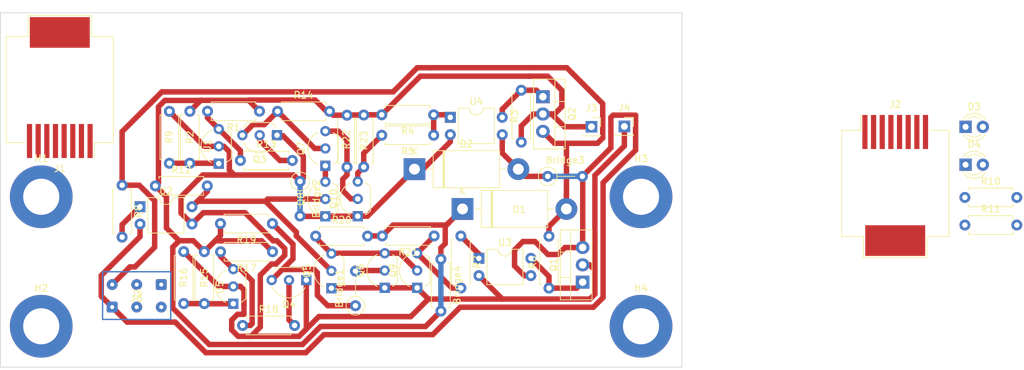
<source format=kicad_pcb>
(kicad_pcb (version 20221018) (generator pcbnew)
  (layers (0 "F.Cu" signal) (31 "B.Cu" signal) (34 "B.Paste" user) (35 "F.Paste" user) (36 "B.SilkS" user "B.Silkscreen") (37 "F.SilkS" user "F.Silkscreen") (38 "B.Mask" user) (39 "F.Mask" user) (44 "Edge.Cuts" user))
  (net 0 "")
  (net 1 "BAT+")
  (net 2 "BAT-")
  (net 3 "IN_OUT+")
  (net 4 "IN_OUT-")
  (net 5 "Net-(Q1-G)")
  (net 6 "Net-(Q2-G)")
  (net 7 "Net-(Q3-B)")
  (net 8 "Net-(Q3-C)")
  (net 9 "Net-(Q4-B)")
  (net 10 "Net-(R4-Pad1)")
  (net 11 "PMOS_CONTROL")
  (net 12 "Net-(R7-Pad1)")
  (net 13 "not NMOS_CONTROL")
  (net 14 "Net-(R8-Pad2)")
  (net 15 "Net-(Q4-C)")
  (net 16 "Net-(Q5-C)")
  (net 17 "Net-(Q6-B)")
  (net 18 "Net-(Q7-E)")
  (net 19 "Net-(Q10-B)")
  (net 20 "Net-(U1-K)")
  (net 21 "Net-(U1-REF)")
  (net 22 "Net-(U5-REF)")
  (net 23 "Net-(U5-K)")
  (net 24 "Net-(Q5-B)")
  (net 37 "Net-(D3-K)")
  (net 39 "Net-(D4-K)")
  (footprint "Resistor_THT:R_Axial_DIN0207_L6.3mm_D2.5mm_P7.62mm_Horizontal" (layer "F.Cu") (at 77.8028 62.4598 -90)
    (fp_text reference "R2")
    (fp_text value "R")
  )
  (footprint "Package_TO_SOT_THT:TO-92_Inline_Wide" (layer "F.Cu") (at 82.0478 70.1398 90)
    (fp_text reference "U1")
    (fp_text value "TL431LP")
  )
  (footprint "Resistor_THT:R_Axial_DIN0207_L6.3mm_D2.5mm_P7.62mm_Horizontal" (layer "F.Cu") (at 90.6778 62.4648)
    (fp_text reference "R14")
    (fp_text value "2k")
  )
  (footprint "Connector_PinSocket_2.54mm:PinSocket_1x01_P2.54mm_Vertical" (layer "F.Cu") (at 141.55625 64.6793)
    (fp_text reference "J4")
    (fp_text value "Conn_01x01_Socket")
  )
  (footprint "Diode_THT:D_DO-201AD_P15.24mm_Horizontal" (layer "F.Cu") (at 110.75845 70.9513)
    (fp_text reference "D2")
    (fp_text value "1N5408")
  )
  (footprint "Resistor_THT:R_Axial_DIN0207_L6.3mm_D2.5mm_P7.62mm_Horizontal" (layer "F.Cu") (at 76.9012 90.668 90)
    (fp_text reference "R16")
    (fp_text value "1.2k")
  )
  (footprint "Connector_RJ:RJ45_Molex_0855135013_Vertical" (layer "F.Cu") (at 181.296 73.3364)
    (fp_text reference "J2")
    (fp_text value "RJ45")
  )
  (footprint "MountingHole:MountingHole_5.3mm_M5_DIN965_Pad" (layer "F.Cu") (at 144 75)
    (fp_text reference "H3")
    (fp_text value "MountingHole")
  )
  (footprint "Resistor_THT:R_Axial_DIN0207_L6.3mm_D2.5mm_P7.62mm_Horizontal" (layer "F.Cu") (at 96.266 80.772)
    (fp_text reference "R20")
    (fp_text value "680")
  )
  (footprint "Resistor_THT:R_Axial_DIN0207_L6.3mm_D2.5mm_P7.62mm_Horizontal" (layer "F.Cu") (at 126.43025 66.9901 90)
    (fp_text reference "R3")
    (fp_text value "1k")
  )
  (footprint "MountingHole:MountingHole_5.3mm_M5_DIN965_Pad" (layer "F.Cu") (at 144 94)
    (fp_text reference "H4")
    (fp_text value "MountingHole")
  )
  (footprint "Resistor_THT:R_Axial_DIN0207_L6.3mm_D2.5mm_P7.62mm_Horizontal" (layer "F.Cu") (at 85.2178 69.6748)
    (fp_text reference "R13")
    (fp_text value "200k")
  )
  (footprint "Resistor_THT:R_Axial_DIN0207_L6.3mm_D2.5mm_P7.62mm_Horizontal" (layer "F.Cu") (at 117.5708 80.7628 -90)
    (fp_text reference "R7")
    (fp_text value "1k")
  )
  (footprint "Package_TO_SOT_THT:TO-220-3_Vertical" (layer "F.Cu") (at 129.60525 60.3251 -90)
    (fp_text reference "Q2")
    (fp_text value "IRF9540N")
  )
  (footprint "Resistor_THT:R_Axial_DIN0207_L6.3mm_D2.5mm_P5.08mm_Vertical" (layer "F.Cu") (at 130.31525 72.0051)
    (fp_text reference "Bridge3")
    (fp_text value "R")
  )
  (footprint "Package_TO_SOT_THT:TO-92_Inline_Wide" (layer "F.Cu") (at 90.5928 65.9648 180)
    (fp_text reference "Q3")
    (fp_text value "S8050")
  )
  (footprint "Resistor_THT:R_Axial_DIN0207_L6.3mm_D2.5mm_P7.62mm_Horizontal" (layer "F.Cu") (at 89.916 78.9332 180)
    (fp_text reference "R19")
    (fp_text value "2k")
  )
  (footprint "Resistor_THT:R_Axial_DIN0207_L6.3mm_D2.5mm_P7.62mm_Horizontal" (layer "F.Cu") (at 85.5472 93.8784)
    (fp_text reference "R18")
    (fp_text value "200k")
  )
  (footprint "Resistor_THT:R_Axial_DIN0207_L6.3mm_D2.5mm_P7.62mm_Horizontal" (layer "F.Cu") (at 100.8602 70.6498 90)
    (fp_text reference "R22")
    (fp_text value "680")
  )
  (footprint "Resistor_THT:R_Axial_DIN0207_L6.3mm_D2.5mm_P7.62mm_Horizontal" (layer "F.Cu") (at 89.9337 83.066 180)
    (fp_text reference "R17")
    (fp_text value "2k")
  )
  (footprint "Package_DIP:DIP-4_W7.62mm" (layer "F.Cu") (at 70.4988 76.4588)
    (fp_text reference "U2")
    (fp_text value "PC817")
  )
  (footprint "Package_TO_SOT_THT:TO-92_Inline_Wide" (layer "F.Cu") (at 97.6916 70.4514 90)
    (fp_text reference "Q7")
    (fp_text value "S8050")
  )
  (footprint "Package_TO_SOT_THT:TO-92_Inline_Wide" (layer "F.Cu") (at 97.6916 77.8764 90)
    (fp_text reference "Q8")
    (fp_text value "S8050")
  )
  (footprint "Package_TO_SOT_THT:TO-220-3_Vertical" (layer "F.Cu") (at 135.4358 87.5278 90)
    (fp_text reference "Q1")
    (fp_text value "IRF540N")
  )
  (footprint "Package_TO_SOT_THT:TO-92_Inline_Wide" (layer "F.Cu") (at 111.1508 88.3628 90)
    (fp_text reference "Q9")
    (fp_text value "S8050")
  )
  (footprint "Resistor_THT:R_Axial_DIN0207_L6.3mm_D2.5mm_P7.62mm_Horizontal" (layer "F.Cu") (at 103.318 70.6246 90)
    (fp_text reference "R23")
    (fp_text value "680")
  )
  (footprint "LED_THT:LED_D3.0mm" (layer "F.Cu") (at 191.616 70.2964)
    (fp_text reference "D4")
    (fp_text value "YELLOW_LED")
  )
  (footprint "MountingHole:MountingHole_5.3mm_M5_DIN965_Pad" (layer "F.Cu") (at 56 94)
    (fp_text reference "H2")
    (fp_text value "MountingHole")
  )
  (footprint "MountingHole:MountingHole_5.3mm_M5_DIN965_Pad" (layer "F.Cu") (at 56 75)
    (fp_text reference "H1")
    (fp_text value "MountingHole")
  )
  (footprint "Package_DIP:DIP-4_W7.62mm" (layer "F.Cu") (at 120.2208 84.0328)
    (fp_text reference "U3")
    (fp_text value "PC817")
  )
  (footprint "Resistor_THT:R_Axial_DIN0207_L6.3mm_D2.5mm_P5.08mm_Vertical" (layer "F.Cu") (at 102.1008 90.9828 90)
    (fp_text reference "Bridge1")
    (fp_text value "R")
  )
  (footprint "Package_TO_SOT_THT:TO-92_Inline_Wide" (layer "F.Cu") (at 102.4416 77.8514 90)
    (fp_text reference "Q10")
    (fp_text value "S8050")
  )
  (footprint "Resistor_THT:R_Axial_DIN0207_L6.3mm_D2.5mm_P7.62mm_Horizontal" (layer "F.Cu") (at 88.0228 62.4498 180)
    (fp_text reference "R1")
    (fp_text value "2k")
  )
  (footprint "Resistor_THT:R_Axial_DIN0207_L6.3mm_D2.5mm_P7.62mm_Horizontal" (layer "F.Cu") (at 67.8688 73.3044 -90)
    (fp_text reference "R8")
    (fp_text value "1k")
  )
  (footprint "Package_TO_SOT_THT:TO-92_Inline_Wide" (layer "F.Cu") (at 98.5758 88.4178 90)
    (fp_text reference "Q5")
    (fp_text value "S8050")
  )
  (footprint "Connector_Wire:SolderWire-0.1sqmm_1x03_P3.6mm_D0.4mm_OD1mm" (layer "F.Cu") (at 66.4092 91.186)
    (fp_text reference "J5")
    (fp_text value "Conn_01x03_Socket")
  )
  (footprint "Resistor_THT:R_Axial_DIN0207_L6.3mm_D2.5mm_P7.62mm_Horizontal" (layer "F.Cu") (at 79.9262 83.058 -90)
    (fp_text reference "R15")
    (fp_text value "5k")
  )
  (footprint "Package_DIP:DIP-4_W7.62mm" (layer "F.Cu") (at 116.02025 63.3451)
    (fp_text reference "U4")
    (fp_text value "PC817")
  )
  (footprint "Diode_THT:D_DO-201AD_P15.24mm_Horizontal" (layer "F.Cu") (at 117.8118 76.7908)
    (fp_text reference "D1")
    (fp_text value "1N5408")
  )
  (footprint "Resistor_THT:R_Axial_DIN0207_L6.3mm_D2.5mm_P5.08mm_Vertical" (layer "F.Cu") (at 93.98 72.7456 -90)
    (fp_text reference "Bridge2")
    (fp_text value "R")
  )
  (footprint "Resistor_THT:R_Axial_DIN0207_L6.3mm_D2.5mm_P7.62mm_Horizontal" (layer "F.Cu") (at 191.516 79.1464)
    (fp_text reference "R11")
    (fp_text value "R")
  )
  (footprint "Resistor_THT:R_Axial_DIN0207_L6.3mm_D2.5mm_P7.62mm_Horizontal" (layer "F.Cu") (at 191.516 75.0964)
    (fp_text reference "R10")
    (fp_text value "R")
  )
  (footprint "Resistor_THT:R_Axial_DIN0207_L6.3mm_D2.5mm_P7.62mm_Horizontal" (layer "F.Cu") (at 113.651 80.7462 180)
    (fp_text reference "R21")
    (fp_text value "680")
  )
  (footprint "Package_TO_SOT_THT:TO-92_Inline_Wide" (layer "F.Cu") (at 94.8944 87.2236 180)
    (fp_text reference "Q4")
    (fp_text value "S8050" hide)
  )
  (footprint "Resistor_THT:R_Axial_DIN0207_L6.3mm_D2.5mm_P7.62mm_Horizontal" (layer "F.Cu") (at 130.4958 88.4078 90)
    (fp_text reference "R6")
    (fp_text value "2k")
  )
  (footprint "Connector_Wire:SolderWire-0.1sqmm_1x03_P3.6mm_D0.4mm_OD1mm" (layer "F.Cu") (at 73.6092 87.884 180)
    (fp_text reference "J6")
    (fp_text value "Conn_01x03_Socket")
  )
  (footprint "Resistor_THT:R_Axial_DIN0207_L6.3mm_D2.5mm_P7.62mm_Horizontal" (layer "F.Cu") (at 113.57945 65.9729 180)
    (fp_text reference "R5")
    (fp_text value "220")
  )
  (footprint "Resistor_THT:R_Axial_DIN0207_L6.3mm_D2.5mm_P7.62mm_Horizontal" (layer "F.Cu") (at 72.7456 73.406)
    (fp_text reference "R12")
    (fp_text value "470")
  )
  (footprint "Package_TO_SOT_THT:TO-92_Inline_Wide" (layer "F.Cu") (at 106.4008 88.3628 90)
    (fp_text reference "Q6")
    (fp_text value "S8050")
  )
  (footprint "Package_TO_SOT_THT:TO-92_Inline_Wide" (layer "F.Cu") (at 84.1812 90.698 90)
    (fp_text reference "U5")
    (fp_text value "TL431LP")
  )
  (footprint "Resistor_THT:R_Axial_DIN0207_L6.3mm_D2.5mm_P7.62mm_Horizontal" (layer "F.Cu") (at 114.6368 84.1568 -90)
    (fp_text reference "Bridge4")
    (fp_text value "R")
  )
  (footprint "Resistor_THT:R_Axial_DIN0207_L6.3mm_D2.5mm_P7.62mm_Horizontal" (layer "F.Cu") (at 74.8028 70.0848 90)
    (fp_text reference "R9")
    (fp_text value "R")
  )
  (footprint "Connector_PinSocket_2.54mm:PinSocket_1x01_P2.54mm_Vertical" (layer "F.Cu") (at 136.73025 64.7301)
    (fp_text reference "J3")
    (fp_text value "Conn_01x01_Socket")
  )
  (footprint "Resistor_THT:R_Axial_DIN0207_L6.3mm_D2.5mm_P7.62mm_Horizontal" (layer "F.Cu") (at 113.57945 62.9729 180)
    (fp_text reference "R4")
    (fp_text value "R")
  )
  (footprint "LED_THT:LED_D3.0mm" (layer "F.Cu") (at 191.616 64.7464)
    (fp_text reference "D3")
    (fp_text value "RED_LED")
  )
  (footprint "Connector_RJ:RJ45_Molex_0855135013_Vertical" (layer "F.Cu") (at 58.7248 58.9788 180)
    (fp_text reference "J1")
    (fp_text value "RJ45")
  )
  (gr_rect (start 65 86) (end 75 93) (stroke (width 0.2)) (fill none) (layer "B.Cu"))
  (gr_rect (start 50 48) (end 150 100) (stroke (width 0.1)) (fill none) (layer "Edge.Cuts"))
  (segment (start 94.326998 96.6784) (end 96.975899 94.029499) (width 0.8) (layer "F.Cu") (net 1))
  (segment (start 105.95945 62.9729) (end 103.3497 62.9729) (width 0.8) (layer "F.Cu") (net 1))
  (segment (start 115.2718 81.8708) (end 114.6368 82.5058) (width 0.8) (layer "F.Cu") (net 1))
  (segment (start 86.4228 60.8498) (end 88.0228 62.4498) (width 0.8) (layer "F.Cu") (net 1))
  (segment (start 76.2352 81.448) (end 78.3162 81.448) (width 0.8) (layer "F.Cu") (net 1))
  (segment (start 98.8628 63.0298) (end 98.2978 62.4648) (width 0.8) (layer "F.Cu") (net 1))
  (segment (start 75.3012 91.330742) (end 75.3012 82.382) (width 0.8) (layer "F.Cu") (net 1))
  (segment (start 82.296 80.6882) (end 82.296 78.9332) (width 0.8) (layer "F.Cu") (net 1))
  (segment (start 115.2718 79.3308) (end 115.2718 81.8708) (width 0.8) (layer "F.Cu") (net 1))
  (segment (start 130.30525 57.3051) (end 127.69385 57.3051) (width 0.8) (layer "F.Cu") (net 1))
  (segment (start 127.69385 57.3051) (end 111.62725 57.3051) (width 0.8) (layer "F.Cu") (net 1))
  (segment (start 107.631 79.1462) (end 115.4564 79.1462) (width 0.8) (layer "F.Cu") (net 1))
  (segment (start 100.8854 63.0046) (end 100.8602 63.0298) (width 0.8) (layer "F.Cu") (net 1))
  (segment (start 106.031 80.7462) (end 103.9118 80.7462) (width 0.8) (layer "F.Cu") (net 1))
  (segment (start 96.975899 94.029499) (end 112.384101 94.029499) (width 0.8) (layer "F.Cu") (net 1))
  (segment (start 126.43025 66.9901) (end 126.43025 64.6301) (width 0.8) (layer "F.Cu") (net 1))
  (segment (start 132.38025 59.3801) (end 132.38025 61.7951) (width 0.8) (layer "F.Cu") (net 1))
  (segment (start 73.2028 61.802058) (end 73.2028 72.9488) (width 0.8) (layer "F.Cu") (net 1))
  (segment (start 81.5182 81.466) (end 87.8232 81.466) (width 0.8) (layer "F.Cu") (net 1))
  (segment (start 117.8118 76.7908) (end 115.7925 78.8101) (width 0.8) (layer "F.Cu") (net 1))
  (segment (start 128.19525 62.8651) (end 129.60525 62.8651) (width 0.8) (layer "F.Cu") (net 1))
  (segment (start 88.3337 81.466) (end 89.9337 83.066) (width 0.8) (layer "F.Cu") (net 1))
  (segment (start 87.8232 81.466) (end 88.3337 81.466) (width 0.8) (layer "F.Cu") (net 1))
  (segment (start 74.3712 75.0316) (end 74.3712 79.584) (width 0.8) (layer "F.Cu") (net 1))
  (segment (start 126.43025 64.6301) (end 128.19525 62.8651) (width 0.8) (layer "F.Cu") (net 1))
  (segment (start 127.69385 57.3051) (end 127.67485 57.2861) (width 0.8) (layer "F.Cu") (net 1))
  (segment (start 78.3162 81.448) (end 79.9262 83.058) (width 0.8) (layer "F.Cu") (net 1))
  (segment (start 74.3712 79.584) (end 76.2352 81.448) (width 0.8) (layer "F.Cu") (net 1))
  (segment (start 72.7456 73.406) (end 74.3712 75.0316) (width 0.8) (layer "F.Cu") (net 1))
  (segment (start 103.3497 62.9729) (end 103.318 63.0046) (width 0.8) (layer "F.Cu") (net 1))
  (segment (start 132.38025 59.3801) (end 130.30525 57.3051) (width 0.8) (layer "F.Cu") (net 1))
  (segment (start 103.911 80.7462) (end 103.886 80.7212) (width 0.8) (layer "F.Cu") (net 1))
  (segment (start 96.1978 60.8098) (end 97.7978 62.4098) (width 0.8) (layer "F.Cu") (net 1))
  (segment (start 114.6368 82.5058) (end 114.6368 84.1568) (width 0.8) (layer "F.Cu") (net 1))
  (segment (start 111.62725 57.3051) (end 105.95945 62.9729) (width 0.8) (layer "F.Cu") (net 1))
  (segment (start 115.7925 78.8101) (end 115.2718 79.3308) (width 0.8) (layer "F.Cu") (net 1))
  (segment (start 96.1978 60.8098) (end 86.4628 60.8098) (width 0.8) (layer "F.Cu") (net 1))
  (segment (start 100.8602 63.0298) (end 98.8628 63.0298) (width 0.8) (layer "F.Cu") (net 1))
  (segment (start 132.38025 61.7951) (end 131.31025 62.8651) (width 0.8) (layer "F.Cu") (net 1))
  (segment (start 132.74925 64.7301) (end 136.73025 64.7301) (width 0.8) (layer "F.Cu") (net 1))
  (segment (start 80.648858 96.6784) (end 94.326998 96.6784) (width 0.8) (layer "F.Cu") (net 1))
  (segment (start 74.141358 60.8635) (end 73.2028 61.802058) (width 0.8) (layer "F.Cu") (net 1))
  (segment (start 79.3991 60.8635) (end 79.4128 60.8498) (width 0.8) (layer "F.Cu") (net 1))
  (segment (start 130.88425 62.8651) (end 132.74925 64.7301) (width 0.8) (layer "F.Cu") (net 1))
  (segment (start 106.031 80.7462) (end 107.631 79.1462) (width 0.8) (layer "F.Cu") (net 1))
  (segment (start 87.4096 81.466) (end 87.8232 81.466) (width 0.8) (layer "F.Cu") (net 1))
  (segment (start 73.2028 72.9488) (end 72.7456 73.406) (width 0.8) (layer "F.Cu") (net 1))
  (segment (start 103.318 63.0046) (end 100.8854 63.0046) (width 0.8) (layer "F.Cu") (net 1))
  (segment (start 79.3991 60.8635) (end 74.141358 60.8635) (width 0.8) (layer "F.Cu") (net 1))
  (segment (start 103.9118 80.7462) (end 103.886 80.772) (width 0.8) (layer "F.Cu") (net 1))
  (segment (start 86.4628 60.8098) (end 86.4228 60.8498) (width 0.8) (layer "F.Cu") (net 1))
  (segment (start 80.648858 96.6784) (end 75.3012 91.330742) (width 0.8) (layer "F.Cu") (net 1))
  (segment (start 79.4128 60.8498) (end 86.4228 60.8498) (width 0.8) (layer "F.Cu") (net 1))
  (segment (start 129.60525 62.8651) (end 130.88425 62.8651) (width 0.8) (layer "F.Cu") (net 1))
  (segment (start 77.8028 62.4598) (end 79.3991 60.8635) (width 0.8) (layer "F.Cu") (net 1))
  (segment (start 75.3012 82.382) (end 75.7936 81.8896) (width 0.8) (layer "F.Cu") (net 1))
  (segment (start 115.4564 79.1462) (end 115.7925 78.8101) (width 0.8) (layer "F.Cu") (net 1))
  (segment (start 112.384101 94.029499) (end 114.6368 91.7768) (width 0.8) (layer "F.Cu") (net 1))
  (segment (start 79.9262 83.058) (end 81.5182 81.466) (width 0.8) (layer "F.Cu") (net 1))
  (segment (start 131.31025 62.8651) (end 129.60525 62.8651) (width 0.8) (layer "F.Cu") (net 1))
  (segment (start 75.7936 81.8896) (end 76.2352 81.448) (width 0.8) (layer "F.Cu") (net 1))
  (segment (start 81.5182 81.466) (end 82.296 80.6882) (width 0.8) (layer "F.Cu") (net 1))
  (segment (start 114.6368 84.1568) (end 114.6368 91.7768) (width 0.8) (layer "B.Cu") (net 1))
  (segment (start 79.702858 71.806) (end 76.5038 75.005058) (width 0.8) (layer "F.Cu") (net 2))
  (segment (start 98.6308 88.3628) (end 98.5758 88.4178) (width 0.8) (layer "F.Cu") (net 2))
  (segment (start 123.6558 90.0078) (end 136.5083 90.0078) (width 0.8) (layer "F.Cu") (net 2))
  (segment (start 137.2358 81.4066) (end 137.2358 71.861606) (width 0.8) (layer "F.Cu") (net 2))
  (segment (start 84.1812 88.158) (end 85.24186 88.158) (width 0.8) (layer "F.Cu") (net 2))
  (segment (start 97.7166 77.8514) (end 97.6916 77.8764) (width 0.8) (layer "F.Cu") (net 2))
  (segment (start 141.55625 67.1576) (end 141.55625 64.6793) (width 0.8) (layer "F.Cu") (net 2))
  (segment (start 93.0404 71.806) (end 84.328 71.806) (width 0.8) (layer "F.Cu") (net 2))
  (segment (start 112.00905 70.9513) (end 110.75845 70.9513) (width 0.8) (layer "F.Cu") (net 2))
  (segment (start 97.6916 77.8764) (end 94.0308 77.8764) (width 0.8) (layer "F.Cu") (net 2))
  (segment (start 90.2078 66.0498) (end 91.46843 66.0498) (width 0.8) (layer "F.Cu") (net 2))
  (segment (start 93.829942 95.4784) (end 94.8944 94.413942) (width 0.8) (layer "F.Cu") (net 2))
  (segment (start 137.2358 85.7753) (end 137.2358 81.4066) (width 0.8) (layer "F.Cu") (net 2))
  (segment (start 93.98 72.7456) (end 93.0404 71.806) (width 0.8) (layer "F.Cu") (net 2))
  (segment (start 94.4528 69.03417) (end 94.4528 72.2728) (width 0.8) (layer "F.Cu") (net 2))
  (segment (start 103.85835 77.8514) (end 110.75845 70.9513) (width 0.8) (layer "F.Cu") (net 2))
  (segment (start 120.2208 86.5728) (end 123.6558 90.0078) (width 0.8) (layer "F.Cu") (net 2))
  (segment (start 91.7348 83.582344) (end 91.7348 82.604358) (width 0.8) (layer "F.Cu") (net 2))
  (segment (start 86.1468 95.4784) (end 86.775626 95.4784) (width 0.8) (layer "F.Cu") (net 2))
  (segment (start 137.2358 71.861606) (end 141.55625 67.541156) (width 0.8) (layer "F.Cu") (net 2))
  (segment (start 85.897956 77.3332) (end 79.7844 77.3332) (width 0.8) (layer "F.Cu") (net 2))
  (segment (start 112.7958 90.0078) (end 111.1508 88.3628) (width 0.8) (layer "F.Cu") (net 2))
  (segment (start 78.1188 78.9988) (end 76.5038 77.3838) (width 0.8) (layer "F.Cu") (net 2))
  (segment (start 90.445144 84.872) (end 91.7348 83.582344) (width 0.8) (layer "F.Cu") (net 2))
  (segment (start 84.328 71.806) (end 79.702858 71.806) (width 0.8) (layer "F.Cu") (net 2))
  (segment (start 112.7958 90.0078) (end 110.2208 92.5828) (width 0.8) (layer "F.Cu") (net 2))
  (segment (start 135.4358 84.9878) (end 136.4483 84.9878) (width 0.8) (layer "F.Cu") (net 2))
  (segment (start 84.1812 88.158) (end 82.0112 88.158) (width 0.8) (layer "F.Cu") (net 2))
  (segment (start 136.5083 90.0078) (end 137.2358 89.2803) (width 0.8) (layer "F.Cu") (net 2))
  (segment (start 84.7852 92.248) (end 83.9472 93.086) (width 0.8) (layer "F.Cu") (net 2))
  (segment (start 83.9472 94.541142) (end 84.884458 95.4784) (width 0.8) (layer "F.Cu") (net 2))
  (segment (start 85.7442 90.870742) (end 85.7442 92.235) (width 0.8) (layer "F.Cu") (net 2))
  (segment (start 85.7312 92.248) (end 84.7852 92.248) (width 0.8) (layer "F.Cu") (net 2))
  (segment (start 136.4483 84.9878) (end 137.2358 85.7753) (width 0.8) (layer "F.Cu") (net 2))
  (segment (start 137.2358 81.4066) (end 137.2108 81.3816) (width 0.8) (layer "F.Cu") (net 2))
  (segment (start 84.884458 95.4784) (end 86.1468 95.4784) (width 0.8) (layer "F.Cu") (net 2))
  (segment (start 82.0478 67.5998) (end 79.9378 67.5998) (width 0.8) (layer "F.Cu") (net 2))
  (segment (start 86.775626 95.4784) (end 88.1442 94.109826) (width 0.8) (layer "F.Cu") (net 2))
  (segment (start 79.9378 67.5998) (end 74.8028 62.4648) (width 0.8) (layer "F.Cu") (net 2))
  (segment (start 106.4008 88.3628) (end 98.6308 88.3628) (width 0.8) (layer "F.Cu") (net 2))
  (segment (start 91.7348 82.604358) (end 90.596442 81.466) (width 0.8) (layer "F.Cu") (net 2))
  (segment (start 90.030756 81.466) (end 85.897956 77.3332) (width 0.8) (layer "F.Cu") (net 2))
  (segment (start 85.7442 88.66034) (end 85.7442 90.870742) (width 0.8) (layer "F.Cu") (net 2))
  (segment (start 110.2208 92.5828) (end 96.725542 92.5828) (width 0.8) (layer "F.Cu") (net 2))
  (segment (start 88.1442 94.109826) (end 88.1442 86.494168) (width 0.8) (layer "F.Cu") (net 2))
  (segment (start 82.7978 67.5998) (end 83.6028 68.4048) (width 0.8) (layer "F.Cu") (net 2))
  (segment (start 90.596442 81.466) (end 90.030756 81.466) (width 0.8) (layer "F.Cu") (net 2))
  (segment (start 83.6028 71.0808) (end 84.328 71.806) (width 0.8) (layer "F.Cu") (net 2))
  (segment (start 91.46843 66.0498) (end 94.4528 69.03417) (width 0.8) (layer "F.Cu") (net 2))
  (segment (start 83.9472 93.086) (end 83.9472 94.541142) (width 0.8) (layer "F.Cu") (net 2))
  (segment (start 86.1468 95.4784) (end 93.829942 95.4784) (width 0.8) (layer "F.Cu") (net 2))
  (segment (start 88.1442 86.494168) (end 89.766368 84.872) (width 0.8) (layer "F.Cu") (net 2))
  (segment (start 116.02025 66.9401) (end 112.00905 70.9513) (width 0.8) (layer "F.Cu") (net 2))
  (segment (start 85.7442 92.235) (end 85.7312 92.248) (width 0.8) (layer "F.Cu") (net 2))
  (segment (start 82.0478 67.5998) (end 82.7978 67.5998) (width 0.8) (layer "F.Cu") (net 2))
  (segment (start 83.6028 68.4048) (end 83.6028 71.0808) (width 0.8) (layer "F.Cu") (net 2))
  (segment (start 102.4416 77.8514) (end 97.7166 77.8514) (width 0.8) (layer "F.Cu") (net 2))
  (segment (start 94.4528 72.2728) (end 93.98 72.7456) (width 0.8) (layer "F.Cu") (net 2))
  (segment (start 79.7844 77.3332) (end 78.1188 78.9988) (width 0.8) (layer "F.Cu") (net 2))
  (segment (start 76.5038 75.005058) (end 76.5038 77.3838) (width 0.8) (layer "F.Cu") (net 2))
  (segment (start 123.6558 90.0078) (end 112.7958 90.0078) (width 0.8) (layer "F.Cu") (net 2))
  (segment (start 137.2358 89.2803) (end 137.2358 85.7753) (width 0.8) (layer "F.Cu") (net 2))
  (segment (start 96.725542 92.5828) (end 94.450971 94.857371) (width 0.8) (layer "F.Cu") (net 2))
  (segment (start 94.8944 94.413942) (end 94.8944 87.2236) (width 0.8) (layer "F.Cu") (net 2))
  (segment (start 141.55625 67.541156) (end 141.55625 67.1576) (width 0.8) (layer "F.Cu") (net 2))
  (segment (start 102.4416 77.8514) (end 103.85835 77.8514) (width 0.8) (layer "F.Cu") (net 2))
  (segment (start 116.02025 66.9401) (end 116.02025 65.8851) (width 0.8) (layer "F.Cu") (net 2))
  (segment (start 106.4008 88.3628) (end 111.1508 88.3628) (width 0.8) (layer "F.Cu") (net 2))
  (segment (start 94.0308 77.8764) (end 93.98 77.8256) (width 0.8) (layer "F.Cu") (net 2))
  (segment (start 85.24186 88.158) (end 85.7442 88.66034) (width 0.8) (layer "F.Cu") (net 2))
  (segment (start 89.766368 84.872) (end 90.445144 84.872) (width 0.8) (layer "F.Cu") (net 2))
  (segment (start 82.0112 88.158) (end 76.9012 83.048) (width 0.8) (layer "F.Cu") (net 2))
  (segment (start 93.98 72.7456) (end 93.98 77.8256) (width 0.8) (layer "B.Cu") (net 2))
  (segment (start 72.136 75.0824) (end 72.644 75.5904) (width 0.8) (layer "F.Cu") (net 3))
  (segment (start 67.8688 73.3044) (end 70.381258 73.3044) (width 0.8) (layer "F.Cu") (net 3))
  (segment (start 130.4958 79.3468) (end 133.0518 76.7908) (width 0.8) (layer "F.Cu") (net 3))
  (segment (start 72.644 75.5904) (end 72.644 82.3976) (width 0.8) (layer "F.Cu") (net 3))
  (segment (start 130.4958 80.7878) (end 130.4958 79.3468) (width 0.8) (layer "F.Cu") (net 3))
  (segment (start 69.7484 85.2932) (end 69 85.2932) (width 0.8) (layer "F.Cu") (net 3))
  (segment (start 133.11045 56.0669) (end 113.119 56.0669) (width 0.8) (layer "F.Cu") (net 3))
  (segment (start 131.31025 67.1576) (end 133.05965 67.1576) (width 0.8) (layer "F.Cu") (net 3))
  (segment (start 133.05965 74.71235) (end 133.0518 74.7202) (width 0.8) (layer "F.Cu") (net 3))
  (segment (start 138.38025 61.3367) (end 133.11045 56.0669) (width 0.8) (layer "F.Cu") (net 3))
  (segment (start 95.1484 59.6098) (end 73.698002 59.6098) (width 0.8) (layer "F.Cu") (net 3))
  (segment (start 107.625494 59.6098) (end 95.1484 59.6098) (width 0.8) (layer "F.Cu") (net 3))
  (segment (start 72.644 82.3976) (end 69.7484 85.2932) (width 0.8) (layer "F.Cu") (net 3))
  (segment (start 113.119 56.0669) (end 113.0808 56.1051) (width 0.8) (layer "F.Cu") (net 3))
  (segment (start 133.0518 74.7202) (end 133.0518 76.7908) (width 0.8) (layer "F.Cu") (net 3))
  (segment (start 137.60275 67.1576) (end 138.38025 66.3801) (width 0.8) (layer "F.Cu") (net 3))
  (segment (start 129.60525 65.4526) (end 131.31025 67.1576) (width 0.8) (layer "F.Cu") (net 3))
  (segment (start 72.136 75.059142) (end 72.136 75.0824) (width 0.8) (layer "F.Cu") (net 3))
  (segment (start 69 85.2932) (end 66.4092 87.884) (width 0.8) (layer "F.Cu") (net 3))
  (segment (start 138.38025 66.3801) (end 138.38025 61.3367) (width 0.8) (layer "F.Cu") (net 3))
  (segment (start 70.381258 73.3044) (end 72.136 75.059142) (width 0.8) (layer "F.Cu") (net 3))
  (segment (start 67.8688 65.439002) (end 72.705744 60.602058) (width 0.8) (layer "F.Cu") (net 3))
  (segment (start 129.60525 65.4051) (end 129.60525 65.4526) (width 0.8) (layer "F.Cu") (net 3))
  (segment (start 133.05965 67.1576) (end 133.05965 74.71235) (width 0.8) (layer "F.Cu") (net 3))
  (segment (start 73.698002 59.6098) (end 72.0028 61.305002) (width 0.8) (layer "F.Cu") (net 3))
  (segment (start 113.119 56.0669) (end 111.168394 56.0669) (width 0.8) (layer "F.Cu") (net 3))
  (segment (start 111.168394 56.0669) (end 107.625494 59.6098) (width 0.8) (layer "F.Cu") (net 3))
  (segment (start 67.8688 73.3044) (end 67.8688 65.439002) (width 0.8) (layer "F.Cu") (net 3))
  (segment (start 133.05965 67.1576) (end 137.60275 67.1576) (width 0.8) (layer "F.Cu") (net 3))
  (segment (start 135.39525 72.0051) (end 139.58025 67.8201) (width 0.8) (layer "F.Cu") (net 4))
  (segment (start 94.824054 97.8784) (end 80.151802 97.8784) (width 0.8) (layer "F.Cu") (net 4))
  (segment (start 135.4518 82.4318) (end 135.4358 82.4478) (width 0.8) (layer "F.Cu") (net 4))
  (segment (start 132.8458 82.4478) (end 135.4358 82.4478) (width 0.8) (layer "F.Cu") (net 4))
  (segment (start 126.8708 86.5728) (end 125.4458 85.1478) (width 0.8) (layer "F.Cu") (net 4))
  (segment (start 143.20625 63.0293) (end 143.20625 68.156996) (width 0.8) (layer "F.Cu") (net 4))
  (segment (start 127.05225 72.0051) (end 125.99845 70.9513) (width 0.8) (layer "F.Cu") (net 4))
  (segment (start 125.4458 85.1478) (end 125.4458 82.7978) (width 0.8) (layer "F.Cu") (net 4))
  (segment (start 139.58025 67.8201) (end 139.58025 63.3553) (width 0.8) (layer "F.Cu") (net 4))
  (segment (start 135.4518 72.06165) (end 135.39525 72.0051) (width 0.8) (layer "F.Cu") (net 4))
  (segment (start 143.20625 68.156996) (end 138.4358 72.927446) (width 0.8) (layer "F.Cu") (net 4))
  (segment (start 138.4358 72.927446) (end 138.4358 89.777356) (width 0.8) (layer "F.Cu") (net 4))
  (segment (start 80.151802 97.8784) (end 75.662402 93.389) (width 0.8) (layer "F.Cu") (net 4))
  (segment (start 70.4988 80.8488) (end 64.8092 86.5384) (width 0.8) (layer "F.Cu") (net 4))
  (segment (start 127.8408 86.5728) (end 126.8708 86.5728) (width 0.8) (layer "F.Cu") (net 4))
  (segment (start 139.90625 63.0293) (end 143.20625 63.0293) (width 0.8) (layer "F.Cu") (net 4))
  (segment (start 123.64025 68.5931) (end 125.99845 70.9513) (width 0.8) (layer "F.Cu") (net 4))
  (segment (start 130.3458 83.4728) (end 131.8208 83.4728) (width 0.8) (layer "F.Cu") (net 4))
  (segment (start 139.58025 63.3553) (end 139.90625 63.0293) (width 0.8) (layer "F.Cu") (net 4))
  (segment (start 137.005356 91.2078) (end 117.468542 91.2078) (width 0.8) (layer "F.Cu") (net 4))
  (segment (start 113.446843 95.229499) (end 97.472955 95.229499) (width 0.8) (layer "F.Cu") (net 4))
  (segment (start 135.4358 79.8606) (end 135.4518 79.8446) (width 0.8) (layer "F.Cu") (net 4))
  (segment (start 64.8092 89.586) (end 66.4092 91.186) (width 0.8) (layer "F.Cu") (net 4))
  (segment (start 125.4458 82.7978) (end 126.6708 81.5728) (width 0.8) (layer "F.Cu") (net 4))
  (segment (start 128.4458 81.5728) (end 130.3458 83.4728) (width 0.8) (layer "F.Cu") (net 4))
  (segment (start 123.64025 65.8851) (end 123.64025 68.5931) (width 0.8) (layer "F.Cu") (net 4))
  (segment (start 138.4358 89.777356) (end 137.005356 91.2078) (width 0.8) (layer "F.Cu") (net 4))
  (segment (start 135.4518 79.8446) (end 135.4518 72.06165) (width 0.8) (layer "F.Cu") (net 4))
  (segment (start 70.4988 78.9988) (end 70.4988 80.8488) (width 0.8) (layer "F.Cu") (net 4))
  (segment (start 135.4358 82.4478) (end 135.4358 79.8606) (width 0.8) (layer "F.Cu") (net 4))
  (segment (start 117.468542 91.2078) (end 113.446843 95.229499) (width 0.8) (layer "F.Cu") (net 4))
  (segment (start 66.4092 91.186) (end 68.6122 93.389) (width 0.8) (layer "F.Cu") (net 4))
  (segment (start 126.6708 81.5728) (end 128.4458 81.5728) (width 0.8) (layer "F.Cu") (net 4))
  (segment (start 131.8208 83.4728) (end 132.8458 82.4478) (width 0.8) (layer "F.Cu") (net 4))
  (segment (start 64.8092 86.5384) (end 64.8092 89.586) (width 0.8) (layer "F.Cu") (net 4))
  (segment (start 130.31525 72.0051) (end 127.05225 72.0051) (width 0.8) (layer "F.Cu") (net 4))
  (segment (start 97.472955 95.229499) (end 94.824054 97.8784) (width 0.8) (layer "F.Cu") (net 4))
  (segment (start 75.662402 93.389) (end 68.6122 93.389) (width 0.8) (layer "F.Cu") (net 4))
  (segment (start 130.31525 72.0051) (end 135.39525 72.0051) (width 0.8) (layer "B.Cu") (net 4))
  (segment (start 130.4958 88.4078) (end 130.4958 86.6878) (width 0.8) (layer "F.Cu") (net 5))
  (segment (start 134.5558 88.4078) (end 135.4358 87.5278) (width 0.8) (layer "F.Cu") (net 5))
  (segment (start 130.4958 88.4078) (end 134.5558 88.4078) (width 0.8) (layer "F.Cu") (net 5))
  (segment (start 130.4958 86.6878) (end 127.8408 84.0328) (width 0.8) (layer "F.Cu") (net 5))
  (segment (start 128.65025 59.3701) (end 129.60525 60.3251) (width 0.8) (layer "F.Cu") (net 6))
  (segment (start 126.43025 59.3701) (end 128.65025 59.3701) (width 0.8) (layer "F.Cu") (net 6))
  (segment (start 123.64025 63.3451) (end 123.64025 62.1601) (width 0.8) (layer "F.Cu") (net 6))
  (segment (start 123.64025 62.1601) (end 126.43025 59.3701) (width 0.8) (layer "F.Cu") (net 6))
  (segment (start 123.61525 63.3201) (end 123.64025 63.3451) (width 0.8) (layer "F.Cu") (net 6))
  (segment (start 88.0528 66.7148) (end 91.0128 69.6748) (width 0.8) (layer "F.Cu") (net 7))
  (segment (start 91.0128 69.6748) (end 92.8378 69.6748) (width 0.8) (layer "F.Cu") (net 7))
  (segment (start 88.0528 65.9648) (end 88.0528 66.7148) (width 0.8) (layer "F.Cu") (net 7))
  (segment (start 96.1244 67.9114) (end 90.6778 62.4648) (width 0.8) (layer "F.Cu") (net 8))
  (segment (start 85.5128 65.9648) (end 87.0628 64.4148) (width 0.8) (layer "F.Cu") (net 8))
  (segment (start 97.6916 67.9114) (end 96.1244 67.9114) (width 0.8) (layer "F.Cu") (net 8))
  (segment (start 88.7278 64.4148) (end 90.6778 62.4648) (width 0.8) (layer "F.Cu") (net 8))
  (segment (start 87.0628 64.4148) (end 88.7278 64.4148) (width 0.8) (layer "F.Cu") (net 8))
  (segment (start 92.3544 93.0656) (end 93.1672 93.8784) (width 0.8) (layer "F.Cu") (net 9))
  (segment (start 92.3544 87.2236) (end 92.3544 93.0656) (width 0.8) (layer "F.Cu") (net 9))
  (segment (start 113.57945 62.9729) (end 115.64805 62.9729) (width 0.8) (layer "F.Cu") (net 10))
  (segment (start 113.57945 62.9729) (end 113.57945 65.9729) (width 0.8) (layer "F.Cu") (net 10))
  (segment (start 115.64805 62.9729) (end 116.02025 63.3451) (width 0.8) (layer "F.Cu") (net 10))
  (segment (start 102.4416 71.501) (end 103.318 70.6246) (width 0.8) (layer "F.Cu") (net 11))
  (segment (start 102.4416 72.7714) (end 102.4416 71.501) (width 0.8) (layer "F.Cu") (net 11))
  (segment (start 103.318 68.61435) (end 105.95945 65.9729) (width 0.8) (layer "F.Cu") (net 11))
  (segment (start 103.318 70.6246) (end 103.318 68.61435) (width 0.8) (layer "F.Cu") (net 11))
  (segment (start 120.2208 83.4128) (end 117.5708 80.7628) (width 0.8) (layer "F.Cu") (net 12))
  (segment (start 120.2208 84.0328) (end 120.2208 83.4128) (width 0.8) (layer "F.Cu") (net 12))
  (segment (start 113.651 80.7826) (end 111.1508 83.2828) (width 0.8) (layer "F.Cu") (net 13))
  (segment (start 111.1008 83.2328) (end 111.1508 83.2828) (width 0.8) (layer "F.Cu") (net 13))
  (segment (start 113.651 80.7462) (end 113.651 80.7826) (width 0.8) (layer "F.Cu") (net 13))
  (segment (start 111.1508 83.2828) (end 116.2508 88.3828) (width 0.8) (layer "F.Cu") (net 13))
  (segment (start 116.2508 88.3828) (end 117.5708 88.3828) (width 0.8) (layer "F.Cu") (net 13))
  (segment (start 67.8688 80.9244) (end 67.8688 79.0888) (width 0.8) (layer "F.Cu") (net 14))
  (segment (start 67.8688 79.0888) (end 70.4988 76.4588) (width 0.8) (layer "F.Cu") (net 14))
  (segment (start 96.51 89.452) (end 98.0408 90.9828) (width 0.8) (layer "F.Cu") (net 15))
  (segment (start 96.51 86.1358) (end 96.0478 85.6736) (width 0.8) (layer "F.Cu") (net 15))
  (segment (start 96.0478 85.6736) (end 91.3644 85.6736) (width 0.8) (layer "F.Cu") (net 15))
  (segment (start 89.916 78.9332) (end 92.9348 81.952) (width 0.8) (layer "F.Cu") (net 15))
  (segment (start 92.9348 81.952) (end 92.9348 84.1032) (width 0.8) (layer "F.Cu") (net 15))
  (segment (start 96.51 86.1358) (end 96.51 89.452) (width 0.8) (layer "F.Cu") (net 15))
  (segment (start 98.0408 90.9828) (end 102.1008 90.9828) (width 0.8) (layer "F.Cu") (net 15))
  (segment (start 91.3644 85.6736) (end 89.8144 87.2236) (width 0.8) (layer "F.Cu") (net 15))
  (segment (start 89.8144 87.2236) (end 89.8144 87.1998) (width 0.8) (layer "F.Cu") (net 15))
  (segment (start 92.9348 84.1032) (end 91.3644 85.6736) (width 0.8) (layer "F.Cu") (net 15))
  (segment (start 98.6308 83.2828) (end 98.5758 83.3378) (width 0.8) (layer "F.Cu") (net 16))
  (segment (start 106.4008 83.2828) (end 98.6308 83.2828) (width 0.8) (layer "F.Cu") (net 16))
  (segment (start 108.6108 83.2828) (end 111.1508 85.8228) (width 0.8) (layer "F.Cu") (net 16))
  (segment (start 96.266 80.772) (end 96.266 81.028) (width 0.8) (layer "F.Cu") (net 16))
  (segment (start 108.6108 83.2828) (end 106.4008 83.2828) (width 0.8) (layer "F.Cu") (net 16))
  (segment (start 96.266 81.028) (end 98.5758 83.3378) (width 0.8) (layer "F.Cu") (net 16))
  (segment (start 106.4008 85.8228) (end 102.1808 85.8228) (width 0.8) (layer "F.Cu") (net 17))
  (segment (start 102.1808 85.8228) (end 102.1008 85.9028) (width 0.8) (layer "F.Cu") (net 17))
  (segment (start 97.6916 70.4514) (end 97.6916 72.7964) (width 0.8) (layer "F.Cu") (net 18))
  (segment (start 100.2416 74.1014) (end 100.2416 72.431) (width 0.8) (layer "F.Cu") (net 19))
  (segment (start 100.2416 72.431) (end 100.8602 71.8124) (width 0.8) (layer "F.Cu") (net 19))
  (segment (start 99.5888 65.3714) (end 100.8602 66.6428) (width 0.8) (layer "F.Cu") (net 19))
  (segment (start 102.4416 75.3114) (end 101.4516 75.3114) (width 0.8) (layer "F.Cu") (net 19))
  (segment (start 100.8602 71.8124) (end 100.8602 70.6498) (width 0.8) (layer "F.Cu") (net 19))
  (segment (start 97.6916 65.3714) (end 99.5888 65.3714) (width 0.8) (layer "F.Cu") (net 19))
  (segment (start 101.4516 75.3114) (end 100.2416 74.1014) (width 0.8) (layer "F.Cu") (net 19))
  (segment (start 100.8602 66.6428) (end 100.8602 70.6498) (width 0.8) (layer "F.Cu") (net 19))
  (segment (start 80.4028 62.4498) (end 80.4028 63.4148) (width 0.8) (layer "F.Cu") (net 20))
  (segment (start 82.0478 65.0598) (end 85.2178 68.2298) (width 0.8) (layer "F.Cu") (net 20))
  (segment (start 85.2178 68.2298) (end 85.2178 69.6748) (width 0.8) (layer "F.Cu") (net 20))
  (segment (start 80.4028 63.4148) (end 82.0478 65.0598) (width 0.8) (layer "F.Cu") (net 20))
  (segment (start 74.8028 70.0848) (end 77.7978 70.0848) (width 0.8) (layer "F.Cu") (net 21))
  (segment (start 77.7978 70.0848) (end 77.8028 70.0798) (width 0.8) (layer "F.Cu") (net 21))
  (segment (start 81.9878 70.0798) (end 82.0478 70.1398) (width 0.8) (layer "F.Cu") (net 21))
  (segment (start 77.8028 70.0798) (end 81.9878 70.0798) (width 0.8) (layer "F.Cu") (net 21))
  (segment (start 79.9462 90.698) (end 79.9262 90.678) (width 0.8) (layer "F.Cu") (net 22))
  (segment (start 76.9112 90.678) (end 76.9012 90.668) (width 0.8) (layer "F.Cu") (net 22))
  (segment (start 79.9262 90.678) (end 76.9112 90.678) (width 0.8) (layer "F.Cu") (net 22))
  (segment (start 84.1812 90.698) (end 79.9462 90.698) (width 0.8) (layer "F.Cu") (net 22))
  (segment (start 84.1812 85.618) (end 85.24186 85.618) (width 0.8) (layer "F.Cu") (net 23))
  (segment (start 86.67857 93.8784) (end 85.5472 93.8784) (width 0.8) (layer "F.Cu") (net 23))
  (segment (start 85.24186 85.618) (end 86.9442 87.32034) (width 0.8) (layer "F.Cu") (net 23))
  (segment (start 82.3137 83.066) (end 82.3137 83.7505) (width 0.8) (layer "F.Cu") (net 23))
  (segment (start 86.9442 87.32034) (end 86.9442 93.61277) (width 0.8) (layer "F.Cu") (net 23))
  (segment (start 86.9442 93.61277) (end 86.67857 93.8784) (width 0.8) (layer "F.Cu") (net 23))
  (segment (start 82.3137 83.7505) (end 84.1812 85.618) (width 0.8) (layer "F.Cu") (net 23))
  (segment (start 80.3656 74.212) (end 78.1188 76.4588) (width 0.8) (layer "F.Cu") (net 24))
  (segment (start 93.45 80.752) (end 93.431856 80.752) (width 0.8) (layer "F.Cu") (net 24))
  (segment (start 98.5758 85.8778) (end 93.45 80.752) (width 0.8) (layer "F.Cu") (net 24))
  (segment (start 93.431856 80.752) (end 93.431856 80.186314) (width 0.8) (layer "F.Cu") (net 24))
  (segment (start 98.5758 85.8778) (end 98.393058 85.8778) (width 0.8) (layer "F.Cu") (net 24))
  (segment (start 78.918799 75.658801) (end 78.1188 76.4588) (width 0.8) (layer "F.Cu") (net 24))
  (segment (start 97.6916 75.3364) (end 89.226744 75.3364) (width 0.8) (layer "F.Cu") (net 24))
  (segment (start 80.3656 73.406) (end 80.3656 74.212) (width 0.8) (layer "F.Cu") (net 24))
  (segment (start 78.1038 76.4438) (end 78.1188 76.4588) (width 0.8) (layer "F.Cu") (net 24))
  (segment (start 88.904343 75.658801) (end 78.918799 75.658801) (width 0.8) (layer "F.Cu") (net 24))
  (segment (start 89.226744 75.3364) (end 88.904343 75.658801) (width 0.8) (layer "F.Cu") (net 24))
  (segment (start 93.431856 80.186314) (end 88.904343 75.658801) (width 0.8) (layer "F.Cu") (net 24))
)
</source>
